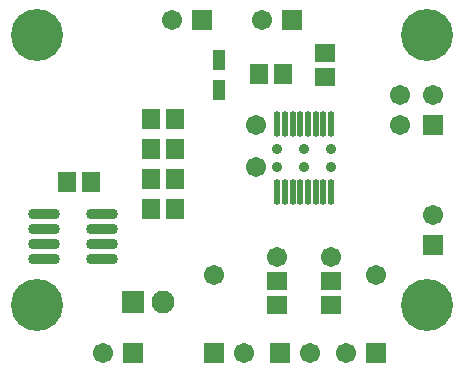
<source format=gts>
%FSLAX44Y44*%
%MOMM*%
G71*
G01*
G75*
G04 Layer_Color=8388736*
%ADD10O,2.5000X0.7000*%
%ADD11R,1.4000X1.5000*%
%ADD12R,1.5000X1.4000*%
%ADD13O,0.3500X2.0000*%
%ADD14C,0.5080*%
%ADD15C,0.2540*%
%ADD16C,0.3810*%
%ADD17R,0.8000X1.5000*%
%ADD18R,1.7500X1.7500*%
%ADD19C,1.7500*%
%ADD20R,1.5000X1.5000*%
%ADD21C,1.5000*%
%ADD22R,1.5000X1.5000*%
%ADD23C,4.2000*%
%ADD24C,0.7000*%
%ADD25C,0.2500*%
%ADD26C,0.6000*%
%ADD27C,0.0900*%
%ADD28C,0.1000*%
%ADD29C,0.2000*%
%ADD30O,2.7032X0.9032*%
%ADD31R,1.6032X1.7032*%
%ADD32R,1.7032X1.6032*%
%ADD33O,0.5532X2.2032*%
%ADD34R,1.0032X1.7032*%
%ADD35R,1.9532X1.9532*%
%ADD36C,1.9532*%
%ADD37R,1.7032X1.7032*%
%ADD38C,1.7032*%
%ADD39R,1.7032X1.7032*%
%ADD40C,4.4032*%
%ADD41C,0.9032*%
D30*
X588380Y1029970D02*
D03*
Y1042670D02*
D03*
Y1055370D02*
D03*
Y1068070D02*
D03*
X539380Y1029970D02*
D03*
Y1042670D02*
D03*
Y1055370D02*
D03*
Y1068070D02*
D03*
D31*
X650080Y1148080D02*
D03*
X630080D02*
D03*
Y1122680D02*
D03*
X650080D02*
D03*
Y1097280D02*
D03*
X630080D02*
D03*
X558960Y1094740D02*
D03*
X578960D02*
D03*
X650080Y1071880D02*
D03*
X630080D02*
D03*
X741520Y1186180D02*
D03*
X721520D02*
D03*
D32*
X777240Y1203800D02*
D03*
Y1183800D02*
D03*
X736600Y1010760D02*
D03*
Y990760D02*
D03*
X782320Y1010760D02*
D03*
Y990760D02*
D03*
D33*
X782210Y1144060D02*
D03*
X775710D02*
D03*
X769210D02*
D03*
X762710D02*
D03*
X756210D02*
D03*
X749710D02*
D03*
X743210D02*
D03*
X736710D02*
D03*
X782210Y1086060D02*
D03*
X775710D02*
D03*
X769210D02*
D03*
X762710D02*
D03*
X756210D02*
D03*
X749710D02*
D03*
X743210D02*
D03*
X736710D02*
D03*
D34*
X687324Y1198372D02*
D03*
Y1172972D02*
D03*
D35*
X614680Y993140D02*
D03*
D36*
X640080D02*
D03*
D37*
X749300Y1231900D02*
D03*
X673100D02*
D03*
X614680Y949960D02*
D03*
X820420D02*
D03*
X739140D02*
D03*
X683260D02*
D03*
D38*
X723900Y1231900D02*
D03*
X647700D02*
D03*
X589280Y949960D02*
D03*
X795020D02*
D03*
X868680Y1066800D02*
D03*
Y1168400D02*
D03*
X764540Y949960D02*
D03*
X708660D02*
D03*
X718820Y1107440D02*
D03*
Y1143000D02*
D03*
X683260Y1016000D02*
D03*
X782320Y1031240D02*
D03*
X736600D02*
D03*
X820420Y1016000D02*
D03*
X840740Y1168400D02*
D03*
Y1143000D02*
D03*
D39*
X868680Y1041400D02*
D03*
Y1143000D02*
D03*
D40*
X533400Y1219200D02*
D03*
X863600D02*
D03*
X533400Y990600D02*
D03*
X863600D02*
D03*
D41*
X736600Y1122680D02*
D03*
Y1107440D02*
D03*
X782320Y1122680D02*
D03*
Y1107440D02*
D03*
X759460D02*
D03*
Y1122680D02*
D03*
M02*

</source>
